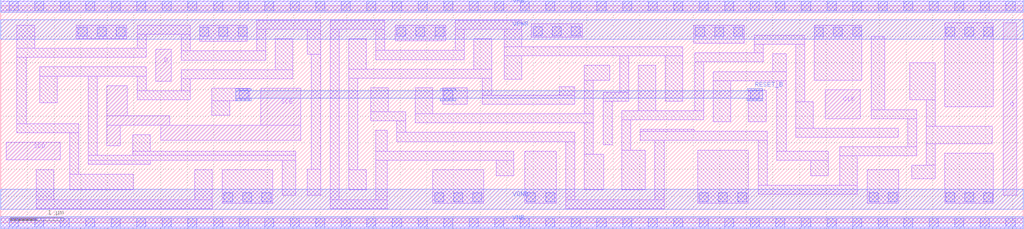
<source format=lef>
# Copyright 2020 The SkyWater PDK Authors
#
# Licensed under the Apache License, Version 2.0 (the "License");
# you may not use this file except in compliance with the License.
# You may obtain a copy of the License at
#
#     https://www.apache.org/licenses/LICENSE-2.0
#
# Unless required by applicable law or agreed to in writing, software
# distributed under the License is distributed on an "AS IS" BASIS,
# WITHOUT WARRANTIES OR CONDITIONS OF ANY KIND, either express or implied.
# See the License for the specific language governing permissions and
# limitations under the License.
#
# SPDX-License-Identifier: Apache-2.0

VERSION 5.7 ;
  NAMESCASESENSITIVE ON ;
  NOWIREEXTENSIONATPIN ON ;
  DIVIDERCHAR "/" ;
  BUSBITCHARS "[]" ;
UNITS
  DATABASE MICRONS 200 ;
END UNITS
MACRO sky130_fd_sc_hvl__sdfrtp_1
  CLASS CORE ;
  FOREIGN sky130_fd_sc_hvl__sdfrtp_1 ;
  ORIGIN  0.000000  0.000000 ;
  SIZE  19.20000 BY  4.070000 ;
  SYMMETRY X Y ;
  SITE unithv ;
  PIN D
    ANTENNAGATEAREA  0.420000 ;
    DIRECTION INPUT ;
    USE SIGNAL ;
    PORT
      LAYER li1 ;
        RECT 2.910000 2.660000 3.205000 3.260000 ;
    END
  END D
  PIN Q
    ANTENNADIFFAREA  0.626250 ;
    DIRECTION OUTPUT ;
    USE SIGNAL ;
    PORT
      LAYER li1 ;
        RECT 18.820000 0.515000 19.075000 3.755000 ;
    END
  END Q
  PIN RESET_B
    ANTENNAGATEAREA  1.260000 ;
    DIRECTION INPUT ;
    USE SIGNAL ;
    PORT
      LAYER met1 ;
        RECT  4.415000 2.290000  4.705000 2.335000 ;
        RECT  4.415000 2.335000 14.305000 2.475000 ;
        RECT  4.415000 2.475000  4.705000 2.520000 ;
        RECT  8.255000 2.290000  8.545000 2.335000 ;
        RECT  8.255000 2.475000  8.545000 2.520000 ;
        RECT 14.015000 2.290000 14.305000 2.335000 ;
        RECT 14.015000 2.475000 14.305000 2.520000 ;
    END
  END RESET_B
  PIN SCD
    ANTENNAGATEAREA  0.420000 ;
    DIRECTION INPUT ;
    USE SIGNAL ;
    PORT
      LAYER li1 ;
        RECT 0.105000 1.180000 1.115000 1.510000 ;
    END
  END SCD
  PIN SCE
    ANTENNAGATEAREA  0.840000 ;
    DIRECTION INPUT ;
    USE SIGNAL ;
    PORT
      LAYER li1 ;
        RECT 1.995000 1.445000 2.245000 1.835000 ;
        RECT 1.995000 1.835000 3.175000 2.005000 ;
        RECT 1.995000 2.005000 2.380000 2.575000 ;
        RECT 3.005000 1.550000 5.635000 1.835000 ;
        RECT 4.880000 1.835000 5.635000 2.525000 ;
    END
  END SCE
  PIN CLK
    ANTENNAGATEAREA  0.585000 ;
    DIRECTION INPUT ;
    USE CLOCK ;
    PORT
      LAYER li1 ;
        RECT 15.485000 1.955000 16.140000 2.495000 ;
    END
  END CLK
  PIN VGND
    DIRECTION INOUT ;
    USE GROUND ;
    PORT
      LAYER met1 ;
        RECT 0.000000 0.255000 19.200000 0.625000 ;
    END
  END VGND
  PIN VNB
    DIRECTION INOUT ;
    USE GROUND ;
    PORT
      LAYER met1 ;
        RECT 0.000000 -0.115000 19.200000 0.115000 ;
    END
  END VNB
  PIN VPB
    DIRECTION INOUT ;
    USE POWER ;
    PORT
      LAYER met1 ;
        RECT 0.000000 3.955000 19.200000 4.185000 ;
    END
  END VPB
  PIN VPWR
    DIRECTION INOUT ;
    USE POWER ;
    PORT
      LAYER met1 ;
        RECT 0.000000 3.445000 19.200000 3.815000 ;
    END
  END VPWR
  OBS
    LAYER li1 ;
      RECT  0.000000 -0.085000 19.200000 0.085000 ;
      RECT  0.000000  3.985000 19.200000 4.155000 ;
      RECT  0.305000  1.690000  1.465000 1.860000 ;
      RECT  0.305000  1.860000  0.475000 3.105000 ;
      RECT  0.305000  3.105000  2.730000 3.275000 ;
      RECT  0.305000  3.275000  0.635000 3.705000 ;
      RECT  0.665000  0.265000  3.975000 0.435000 ;
      RECT  0.665000  0.435000  0.995000 0.995000 ;
      RECT  0.730000  2.255000  1.060000 2.755000 ;
      RECT  0.730000  2.755000  2.730000 2.925000 ;
      RECT  1.295000  0.615000  2.485000 0.915000 ;
      RECT  1.295000  0.915000  1.465000 1.690000 ;
      RECT  1.420000  3.455000  2.370000 3.705000 ;
      RECT  1.645000  1.095000  2.810000 1.175000 ;
      RECT  1.645000  1.175000  5.535000 1.265000 ;
      RECT  1.645000  1.265000  1.815000 2.755000 ;
      RECT  2.480000  1.265000  5.535000 1.345000 ;
      RECT  2.480000  1.345000  2.810000 1.655000 ;
      RECT  2.560000  2.310000  3.555000 2.480000 ;
      RECT  2.560000  2.480000  2.730000 2.755000 ;
      RECT  2.560000  3.275000  2.730000 3.535000 ;
      RECT  2.560000  3.535000  3.555000 3.705000 ;
      RECT  3.385000  2.480000  3.555000 2.705000 ;
      RECT  3.385000  2.705000  5.485000 2.875000 ;
      RECT  3.385000  3.055000  4.975000 3.225000 ;
      RECT  3.385000  3.225000  3.555000 3.535000 ;
      RECT  3.645000  0.435000  3.975000 0.995000 ;
      RECT  3.735000  3.405000  4.625000 3.705000 ;
      RECT  3.965000  2.015000  4.300000 2.290000 ;
      RECT  3.965000  2.290000  4.675000 2.525000 ;
      RECT  4.155000  0.365000  5.105000 0.995000 ;
      RECT  4.805000  3.225000  4.975000 3.635000 ;
      RECT  4.805000  3.635000  6.005000 3.805000 ;
      RECT  5.155000  2.875000  5.485000 3.455000 ;
      RECT  5.285000  0.515000  5.535000 1.175000 ;
      RECT  5.755000  0.515000  6.005000 1.005000 ;
      RECT  5.755000  3.165000  6.005000 3.635000 ;
      RECT  5.835000  1.005000  6.005000 3.165000 ;
      RECT  6.185000  0.265000  7.255000 0.435000 ;
      RECT  6.185000  0.435000  6.355000 3.635000 ;
      RECT  6.185000  3.635000  7.215000 3.805000 ;
      RECT  6.535000  0.615000  6.865000 0.995000 ;
      RECT  6.535000  0.995000  6.705000 2.715000 ;
      RECT  6.535000  2.715000  9.215000 2.885000 ;
      RECT  6.535000  2.885000  6.865000 3.455000 ;
      RECT  6.950000  1.915000  7.605000 2.085000 ;
      RECT  6.950000  2.085000  7.280000 2.535000 ;
      RECT  7.045000  0.435000  7.255000 1.175000 ;
      RECT  7.045000  1.175000  9.635000 1.345000 ;
      RECT  7.045000  1.345000  7.255000 1.735000 ;
      RECT  7.045000  3.065000  8.705000 3.235000 ;
      RECT  7.045000  3.235000  7.215000 3.635000 ;
      RECT  7.405000  3.415000  8.355000 3.705000 ;
      RECT  7.435000  1.525000 10.780000 1.695000 ;
      RECT  7.435000  1.695000  7.605000 1.915000 ;
      RECT  7.785000  1.875000 11.130000 2.045000 ;
      RECT  7.785000  2.045000  8.115000 2.535000 ;
      RECT  8.115000  0.365000  9.065000 0.995000 ;
      RECT  8.295000  2.225000  8.760000 2.535000 ;
      RECT  8.535000  3.235000  8.705000 3.635000 ;
      RECT  8.535000  3.635000  9.785000 3.805000 ;
      RECT  8.885000  2.885000  9.215000 3.455000 ;
      RECT  9.045000  2.225000 10.780000 2.395000 ;
      RECT  9.045000  2.395000  9.215000 2.715000 ;
      RECT  9.305000  0.885000  9.635000 1.175000 ;
      RECT  9.455000  2.695000  9.785000 3.135000 ;
      RECT  9.455000  3.135000 12.810000 3.305000 ;
      RECT  9.455000  3.305000  9.785000 3.635000 ;
      RECT  9.840000  0.365000 10.430000 1.345000 ;
      RECT  9.965000  3.485000 10.915000 3.735000 ;
      RECT 10.490000  2.395000 10.780000 2.555000 ;
      RECT 10.610000  0.265000 12.455000 0.435000 ;
      RECT 10.610000  0.435000 10.780000 1.525000 ;
      RECT 10.960000  0.615000 11.325000 1.285000 ;
      RECT 10.960000  1.285000 11.130000 1.875000 ;
      RECT 10.960000  2.045000 11.130000 2.675000 ;
      RECT 10.960000  2.675000 11.440000 2.955000 ;
      RECT 11.310000  1.465000 11.480000 2.285000 ;
      RECT 11.310000  2.285000 11.790000 2.455000 ;
      RECT 11.620000  2.455000 11.790000 3.135000 ;
      RECT 11.660000  0.615000 12.105000 1.365000 ;
      RECT 11.660000  1.365000 11.830000 1.935000 ;
      RECT 11.660000  1.935000 13.200000 2.105000 ;
      RECT 11.970000  2.105000 12.300000 2.955000 ;
      RECT 12.010000  1.545000 14.395000 1.715000 ;
      RECT 12.010000  1.715000 13.020000 1.755000 ;
      RECT 12.285000  0.435000 12.455000 1.545000 ;
      RECT 12.480000  2.285000 12.810000 3.135000 ;
      RECT 13.015000  3.370000 13.965000 3.705000 ;
      RECT 13.030000  2.105000 13.200000 3.020000 ;
      RECT 13.030000  3.020000 14.315000 3.190000 ;
      RECT 13.085000  0.365000 14.035000 1.365000 ;
      RECT 13.380000  1.895000 13.710000 2.670000 ;
      RECT 13.380000  2.670000 14.745000 2.840000 ;
      RECT 14.040000  1.895000 14.370000 2.490000 ;
      RECT 14.145000  3.190000 14.315000 3.355000 ;
      RECT 14.145000  3.355000 15.095000 3.525000 ;
      RECT 14.225000  0.535000 16.085000 0.705000 ;
      RECT 14.225000  0.705000 14.395000 1.545000 ;
      RECT 14.495000  2.840000 14.745000 3.175000 ;
      RECT 14.575000  1.175000 15.535000 1.345000 ;
      RECT 14.575000  1.345000 14.745000 2.670000 ;
      RECT 14.925000  1.605000 16.850000 1.775000 ;
      RECT 14.925000  1.775000 15.255000 2.275000 ;
      RECT 14.925000  2.275000 15.095000 3.355000 ;
      RECT 15.205000  0.885000 15.535000 1.175000 ;
      RECT 15.275000  2.675000 16.165000 3.705000 ;
      RECT 15.755000  0.705000 16.085000 1.255000 ;
      RECT 15.755000  1.255000 17.200000 1.425000 ;
      RECT 16.275000  0.365000 16.865000 0.995000 ;
      RECT 16.345000  1.955000 17.200000 2.125000 ;
      RECT 16.345000  2.125000 16.595000 3.505000 ;
      RECT 17.030000  1.425000 17.200000 1.955000 ;
      RECT 17.065000  2.305000 17.550000 3.005000 ;
      RECT 17.105000  0.825000 17.550000 1.075000 ;
      RECT 17.380000  1.075000 17.550000 1.485000 ;
      RECT 17.380000  1.485000 18.615000 1.815000 ;
      RECT 17.380000  1.815000 17.550000 2.305000 ;
      RECT 17.730000  0.365000 18.640000 1.305000 ;
      RECT 17.730000  2.175000 18.640000 3.755000 ;
    LAYER mcon ;
      RECT  0.155000 -0.085000  0.325000 0.085000 ;
      RECT  0.155000  3.985000  0.325000 4.155000 ;
      RECT  0.635000 -0.085000  0.805000 0.085000 ;
      RECT  0.635000  3.985000  0.805000 4.155000 ;
      RECT  1.115000 -0.085000  1.285000 0.085000 ;
      RECT  1.115000  3.985000  1.285000 4.155000 ;
      RECT  1.450000  3.505000  1.620000 3.675000 ;
      RECT  1.595000 -0.085000  1.765000 0.085000 ;
      RECT  1.595000  3.985000  1.765000 4.155000 ;
      RECT  1.810000  3.505000  1.980000 3.675000 ;
      RECT  2.075000 -0.085000  2.245000 0.085000 ;
      RECT  2.075000  3.985000  2.245000 4.155000 ;
      RECT  2.170000  3.505000  2.340000 3.675000 ;
      RECT  2.555000 -0.085000  2.725000 0.085000 ;
      RECT  2.555000  3.985000  2.725000 4.155000 ;
      RECT  3.035000 -0.085000  3.205000 0.085000 ;
      RECT  3.035000  3.985000  3.205000 4.155000 ;
      RECT  3.515000 -0.085000  3.685000 0.085000 ;
      RECT  3.515000  3.985000  3.685000 4.155000 ;
      RECT  3.735000  3.505000  3.905000 3.675000 ;
      RECT  3.995000 -0.085000  4.165000 0.085000 ;
      RECT  3.995000  3.985000  4.165000 4.155000 ;
      RECT  4.095000  3.505000  4.265000 3.675000 ;
      RECT  4.185000  0.395000  4.355000 0.565000 ;
      RECT  4.455000  3.505000  4.625000 3.675000 ;
      RECT  4.475000 -0.085000  4.645000 0.085000 ;
      RECT  4.475000  2.320000  4.645000 2.490000 ;
      RECT  4.475000  3.985000  4.645000 4.155000 ;
      RECT  4.545000  0.395000  4.715000 0.565000 ;
      RECT  4.905000  0.395000  5.075000 0.565000 ;
      RECT  4.955000 -0.085000  5.125000 0.085000 ;
      RECT  4.955000  3.985000  5.125000 4.155000 ;
      RECT  5.435000 -0.085000  5.605000 0.085000 ;
      RECT  5.435000  3.985000  5.605000 4.155000 ;
      RECT  5.915000 -0.085000  6.085000 0.085000 ;
      RECT  5.915000  3.985000  6.085000 4.155000 ;
      RECT  6.395000 -0.085000  6.565000 0.085000 ;
      RECT  6.395000  3.985000  6.565000 4.155000 ;
      RECT  6.875000 -0.085000  7.045000 0.085000 ;
      RECT  6.875000  3.985000  7.045000 4.155000 ;
      RECT  7.355000 -0.085000  7.525000 0.085000 ;
      RECT  7.355000  3.985000  7.525000 4.155000 ;
      RECT  7.435000  3.505000  7.605000 3.675000 ;
      RECT  7.795000  3.505000  7.965000 3.675000 ;
      RECT  7.835000 -0.085000  8.005000 0.085000 ;
      RECT  7.835000  3.985000  8.005000 4.155000 ;
      RECT  8.145000  0.395000  8.315000 0.565000 ;
      RECT  8.155000  3.505000  8.325000 3.675000 ;
      RECT  8.315000 -0.085000  8.485000 0.085000 ;
      RECT  8.315000  2.320000  8.485000 2.490000 ;
      RECT  8.315000  3.985000  8.485000 4.155000 ;
      RECT  8.505000  0.395000  8.675000 0.565000 ;
      RECT  8.795000 -0.085000  8.965000 0.085000 ;
      RECT  8.795000  3.985000  8.965000 4.155000 ;
      RECT  8.865000  0.395000  9.035000 0.565000 ;
      RECT  9.275000 -0.085000  9.445000 0.085000 ;
      RECT  9.275000  3.985000  9.445000 4.155000 ;
      RECT  9.755000 -0.085000  9.925000 0.085000 ;
      RECT  9.755000  3.985000  9.925000 4.155000 ;
      RECT  9.870000  0.395000 10.040000 0.565000 ;
      RECT  9.995000  3.515000 10.165000 3.685000 ;
      RECT 10.230000  0.395000 10.400000 0.565000 ;
      RECT 10.235000 -0.085000 10.405000 0.085000 ;
      RECT 10.235000  3.985000 10.405000 4.155000 ;
      RECT 10.355000  3.515000 10.525000 3.685000 ;
      RECT 10.715000 -0.085000 10.885000 0.085000 ;
      RECT 10.715000  3.515000 10.885000 3.685000 ;
      RECT 10.715000  3.985000 10.885000 4.155000 ;
      RECT 11.195000 -0.085000 11.365000 0.085000 ;
      RECT 11.195000  3.985000 11.365000 4.155000 ;
      RECT 11.675000 -0.085000 11.845000 0.085000 ;
      RECT 11.675000  3.985000 11.845000 4.155000 ;
      RECT 12.155000 -0.085000 12.325000 0.085000 ;
      RECT 12.155000  3.985000 12.325000 4.155000 ;
      RECT 12.635000 -0.085000 12.805000 0.085000 ;
      RECT 12.635000  3.985000 12.805000 4.155000 ;
      RECT 13.045000  3.505000 13.215000 3.675000 ;
      RECT 13.115000 -0.085000 13.285000 0.085000 ;
      RECT 13.115000  0.395000 13.285000 0.565000 ;
      RECT 13.115000  3.985000 13.285000 4.155000 ;
      RECT 13.405000  3.505000 13.575000 3.675000 ;
      RECT 13.475000  0.395000 13.645000 0.565000 ;
      RECT 13.595000 -0.085000 13.765000 0.085000 ;
      RECT 13.595000  3.985000 13.765000 4.155000 ;
      RECT 13.765000  3.505000 13.935000 3.675000 ;
      RECT 13.835000  0.395000 14.005000 0.565000 ;
      RECT 14.075000 -0.085000 14.245000 0.085000 ;
      RECT 14.075000  2.320000 14.245000 2.490000 ;
      RECT 14.075000  3.985000 14.245000 4.155000 ;
      RECT 14.555000 -0.085000 14.725000 0.085000 ;
      RECT 14.555000  3.985000 14.725000 4.155000 ;
      RECT 15.035000 -0.085000 15.205000 0.085000 ;
      RECT 15.035000  3.985000 15.205000 4.155000 ;
      RECT 15.275000  3.505000 15.445000 3.675000 ;
      RECT 15.515000 -0.085000 15.685000 0.085000 ;
      RECT 15.515000  3.985000 15.685000 4.155000 ;
      RECT 15.635000  3.505000 15.805000 3.675000 ;
      RECT 15.995000 -0.085000 16.165000 0.085000 ;
      RECT 15.995000  3.505000 16.165000 3.675000 ;
      RECT 15.995000  3.985000 16.165000 4.155000 ;
      RECT 16.305000  0.395000 16.475000 0.565000 ;
      RECT 16.475000 -0.085000 16.645000 0.085000 ;
      RECT 16.475000  3.985000 16.645000 4.155000 ;
      RECT 16.665000  0.395000 16.835000 0.565000 ;
      RECT 16.955000 -0.085000 17.125000 0.085000 ;
      RECT 16.955000  3.985000 17.125000 4.155000 ;
      RECT 17.435000 -0.085000 17.605000 0.085000 ;
      RECT 17.435000  3.985000 17.605000 4.155000 ;
      RECT 17.740000  0.395000 17.910000 0.565000 ;
      RECT 17.740000  3.505000 17.910000 3.675000 ;
      RECT 17.915000 -0.085000 18.085000 0.085000 ;
      RECT 17.915000  3.985000 18.085000 4.155000 ;
      RECT 18.100000  0.395000 18.270000 0.565000 ;
      RECT 18.100000  3.505000 18.270000 3.675000 ;
      RECT 18.395000 -0.085000 18.565000 0.085000 ;
      RECT 18.395000  3.985000 18.565000 4.155000 ;
      RECT 18.460000  0.395000 18.630000 0.565000 ;
      RECT 18.460000  3.505000 18.630000 3.675000 ;
      RECT 18.875000 -0.085000 19.045000 0.085000 ;
      RECT 18.875000  3.985000 19.045000 4.155000 ;
  END
END sky130_fd_sc_hvl__sdfrtp_1
END LIBRARY

</source>
